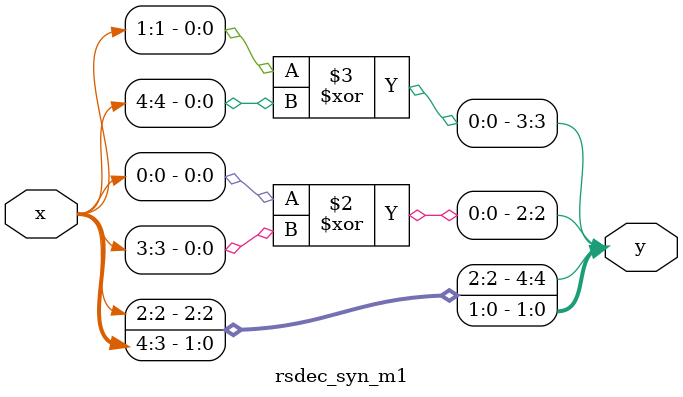
<source format=v>
module rsdec_syn_m1 (y, x);
	input [4:0] x;
	output [4:0] y;
	reg [4:0] y;
	always @ (x)
	begin
		y[0] = x[3];
		y[1] = x[4];
		y[2] = x[0] ^ x[3];
		y[3] = x[1] ^ x[4];
		y[4] = x[2];
	end
endmodule
</source>
